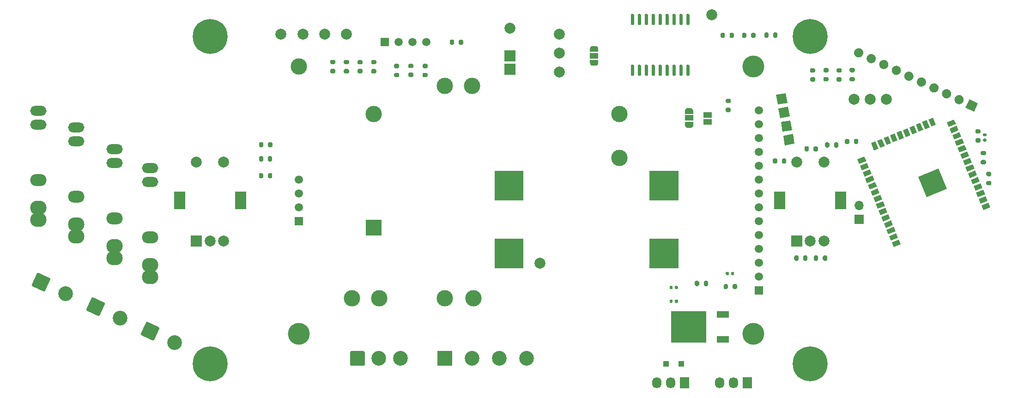
<source format=gbr>
G04 #@! TF.GenerationSoftware,KiCad,Pcbnew,5.1.9-73d0e3b20d~88~ubuntu20.04.1*
G04 #@! TF.CreationDate,2021-07-26T19:08:20+09:00*
G04 #@! TF.ProjectId,ESP32DUALDIAL,45535033-3244-4554-914c-4449414c2e6b,rev?*
G04 #@! TF.SameCoordinates,Original*
G04 #@! TF.FileFunction,Soldermask,Top*
G04 #@! TF.FilePolarity,Negative*
%FSLAX46Y46*%
G04 Gerber Fmt 4.6, Leading zero omitted, Abs format (unit mm)*
G04 Created by KiCad (PCBNEW 5.1.9-73d0e3b20d~88~ubuntu20.04.1) date 2021-07-26 19:08:20*
%MOMM*%
%LPD*%
G01*
G04 APERTURE LIST*
%ADD10R,1.500000X1.500000*%
%ADD11C,1.500000*%
%ADD12C,4.000000*%
%ADD13C,3.000000*%
%ADD14R,2.000000X2.000000*%
%ADD15C,2.000000*%
%ADD16C,0.100000*%
%ADD17O,3.000000X2.600000*%
%ADD18O,3.000000X2.200000*%
%ADD19O,3.000000X1.800000*%
%ADD20R,3.000000X3.000000*%
%ADD21R,2.000000X3.200000*%
%ADD22C,6.400000*%
%ADD23R,1.500000X1.000000*%
%ADD24R,1.100000X1.100000*%
%ADD25R,2.700000X2.700000*%
%ADD26C,2.700000*%
%ADD27R,1.730000X2.030000*%
%ADD28O,1.730000X2.030000*%
%ADD29R,1.700000X1.700000*%
%ADD30O,1.700000X1.700000*%
%ADD31R,2.200000X1.200000*%
%ADD32R,6.400000X5.800000*%
G04 APERTURE END LIST*
D10*
X160600000Y-126501000D03*
D11*
X160600000Y-123961000D03*
X160600000Y-121421000D03*
X160600000Y-118881000D03*
X160600000Y-116341000D03*
X160600000Y-113801000D03*
X160600000Y-111261000D03*
X160600000Y-108721000D03*
X160600000Y-106181000D03*
D12*
X159600000Y-134500000D03*
X159600000Y-85500000D03*
X76300000Y-134500000D03*
D13*
X76300000Y-85500000D03*
D11*
X160600000Y-98561000D03*
X160600000Y-101101000D03*
X160600000Y-103641000D03*
X160600000Y-96021000D03*
X160600000Y-93481000D03*
X76300000Y-111261000D03*
D10*
X76300000Y-113801000D03*
D11*
X76300000Y-108721000D03*
X76300000Y-106181000D03*
D14*
X115000000Y-86000000D03*
D15*
X115000000Y-78400000D03*
D14*
X115000000Y-83500000D03*
D16*
G36*
X193513895Y-104180499D02*
G01*
X195044629Y-107876017D01*
X191349111Y-109406751D01*
X189818377Y-105711233D01*
X193513895Y-104180499D01*
G37*
G36*
X186261219Y-117218432D02*
G01*
X186605634Y-118049923D01*
X185312203Y-118585680D01*
X184967788Y-117754189D01*
X186261219Y-117218432D01*
G37*
G36*
X185775211Y-116045105D02*
G01*
X186119626Y-116876596D01*
X184826195Y-117412353D01*
X184481780Y-116580862D01*
X185775211Y-116045105D01*
G37*
G36*
X185289203Y-114871778D02*
G01*
X185633618Y-115703269D01*
X184340187Y-116239026D01*
X183995772Y-115407535D01*
X185289203Y-114871778D01*
G37*
G36*
X184803195Y-113698451D02*
G01*
X185147610Y-114529942D01*
X183854179Y-115065699D01*
X183509764Y-114234208D01*
X184803195Y-113698451D01*
G37*
G36*
X184317187Y-112525124D02*
G01*
X184661602Y-113356615D01*
X183368171Y-113892372D01*
X183023756Y-113060881D01*
X184317187Y-112525124D01*
G37*
G36*
X183831179Y-111351797D02*
G01*
X184175594Y-112183288D01*
X182882163Y-112719045D01*
X182537748Y-111887554D01*
X183831179Y-111351797D01*
G37*
G36*
X183345171Y-110178470D02*
G01*
X183689586Y-111009961D01*
X182396155Y-111545718D01*
X182051740Y-110714227D01*
X183345171Y-110178470D01*
G37*
G36*
X182859163Y-109005143D02*
G01*
X183203578Y-109836634D01*
X181910147Y-110372391D01*
X181565732Y-109540900D01*
X182859163Y-109005143D01*
G37*
G36*
X182373155Y-107831816D02*
G01*
X182717570Y-108663307D01*
X181424139Y-109199064D01*
X181079724Y-108367573D01*
X182373155Y-107831816D01*
G37*
G36*
X181887147Y-106658489D02*
G01*
X182231562Y-107489980D01*
X180938131Y-108025737D01*
X180593716Y-107194246D01*
X181887147Y-106658489D01*
G37*
G36*
X181401139Y-105485162D02*
G01*
X181745554Y-106316653D01*
X180452123Y-106852410D01*
X180107708Y-106020919D01*
X181401139Y-105485162D01*
G37*
G36*
X180915131Y-104311835D02*
G01*
X181259546Y-105143326D01*
X179966115Y-105679083D01*
X179621700Y-104847592D01*
X180915131Y-104311835D01*
G37*
G36*
X180429123Y-103138508D02*
G01*
X180773538Y-103969999D01*
X179480107Y-104505756D01*
X179135692Y-103674265D01*
X180429123Y-103138508D01*
G37*
G36*
X179943115Y-101965181D02*
G01*
X180287530Y-102796672D01*
X178994099Y-103332429D01*
X178649684Y-102500938D01*
X179943115Y-101965181D01*
G37*
G36*
X181135091Y-99551284D02*
G01*
X181966582Y-99206869D01*
X182502339Y-100500300D01*
X181670848Y-100844715D01*
X181135091Y-99551284D01*
G37*
G36*
X182308418Y-99065276D02*
G01*
X183139909Y-98720861D01*
X183675666Y-100014292D01*
X182844175Y-100358707D01*
X182308418Y-99065276D01*
G37*
G36*
X183481745Y-98579268D02*
G01*
X184313236Y-98234853D01*
X184848993Y-99528284D01*
X184017502Y-99872699D01*
X183481745Y-98579268D01*
G37*
G36*
X184655072Y-98093260D02*
G01*
X185486563Y-97748845D01*
X186022320Y-99042276D01*
X185190829Y-99386691D01*
X184655072Y-98093260D01*
G37*
G36*
X185828399Y-97607252D02*
G01*
X186659890Y-97262837D01*
X187195647Y-98556268D01*
X186364156Y-98900683D01*
X185828399Y-97607252D01*
G37*
G36*
X187001726Y-97121245D02*
G01*
X187833217Y-96776830D01*
X188368974Y-98070261D01*
X187537483Y-98414676D01*
X187001726Y-97121245D01*
G37*
G36*
X188175053Y-96635237D02*
G01*
X189006544Y-96290822D01*
X189542301Y-97584253D01*
X188710810Y-97928668D01*
X188175053Y-96635237D01*
G37*
G36*
X189348380Y-96149229D02*
G01*
X190179871Y-95804814D01*
X190715628Y-97098245D01*
X189884137Y-97442660D01*
X189348380Y-96149229D01*
G37*
G36*
X190521708Y-95663221D02*
G01*
X191353199Y-95318806D01*
X191888956Y-96612237D01*
X191057465Y-96956652D01*
X190521708Y-95663221D01*
G37*
G36*
X191695035Y-95177213D02*
G01*
X192526526Y-94832798D01*
X193062283Y-96126229D01*
X192230792Y-96470644D01*
X191695035Y-95177213D01*
G37*
G36*
X196369694Y-95161069D02*
G01*
X196714109Y-95992560D01*
X195420678Y-96528317D01*
X195076263Y-95696826D01*
X196369694Y-95161069D01*
G37*
G36*
X196855702Y-96334396D02*
G01*
X197200117Y-97165887D01*
X195906686Y-97701644D01*
X195562271Y-96870153D01*
X196855702Y-96334396D01*
G37*
G36*
X197341709Y-97507723D02*
G01*
X197686124Y-98339214D01*
X196392693Y-98874971D01*
X196048278Y-98043480D01*
X197341709Y-97507723D01*
G37*
G36*
X197827717Y-98681050D02*
G01*
X198172132Y-99512541D01*
X196878701Y-100048298D01*
X196534286Y-99216807D01*
X197827717Y-98681050D01*
G37*
G36*
X198313725Y-99854377D02*
G01*
X198658140Y-100685868D01*
X197364709Y-101221625D01*
X197020294Y-100390134D01*
X198313725Y-99854377D01*
G37*
G36*
X198799733Y-101027704D02*
G01*
X199144148Y-101859195D01*
X197850717Y-102394952D01*
X197506302Y-101563461D01*
X198799733Y-101027704D01*
G37*
G36*
X199285741Y-102201031D02*
G01*
X199630156Y-103032522D01*
X198336725Y-103568279D01*
X197992310Y-102736788D01*
X199285741Y-102201031D01*
G37*
G36*
X199771749Y-103374358D02*
G01*
X200116164Y-104205849D01*
X198822733Y-104741606D01*
X198478318Y-103910115D01*
X199771749Y-103374358D01*
G37*
G36*
X200257757Y-104547685D02*
G01*
X200602172Y-105379176D01*
X199308741Y-105914933D01*
X198964326Y-105083442D01*
X200257757Y-104547685D01*
G37*
G36*
X200743765Y-105721012D02*
G01*
X201088180Y-106552503D01*
X199794749Y-107088260D01*
X199450334Y-106256769D01*
X200743765Y-105721012D01*
G37*
G36*
X201229773Y-106894339D02*
G01*
X201574188Y-107725830D01*
X200280757Y-108261587D01*
X199936342Y-107430096D01*
X201229773Y-106894339D01*
G37*
G36*
X201715781Y-108067666D02*
G01*
X202060196Y-108899157D01*
X200766765Y-109434914D01*
X200422350Y-108603423D01*
X201715781Y-108067666D01*
G37*
G36*
X202201789Y-109240993D02*
G01*
X202546204Y-110072484D01*
X201252773Y-110608241D01*
X200908358Y-109776750D01*
X202201789Y-109240993D01*
G37*
G36*
X202687797Y-110414320D02*
G01*
X203032212Y-111245811D01*
X201738781Y-111781568D01*
X201394366Y-110950077D01*
X202687797Y-110414320D01*
G37*
D17*
X49000000Y-121880000D03*
D18*
X49000000Y-116800000D03*
D19*
X49000000Y-106640000D03*
X49000000Y-104100000D03*
D17*
X49000000Y-124100000D03*
X42500000Y-118380000D03*
D18*
X42500000Y-113300000D03*
D19*
X42500000Y-103140000D03*
X42500000Y-100600000D03*
D17*
X42500000Y-120600000D03*
X35500000Y-114380000D03*
D18*
X35500000Y-109300000D03*
D19*
X35500000Y-99140000D03*
X35500000Y-96600000D03*
D17*
X35500000Y-116600000D03*
X28500000Y-113600000D03*
D19*
X28500000Y-93600000D03*
X28500000Y-96140000D03*
D18*
X28500000Y-106300000D03*
D17*
X28500000Y-111380000D03*
G36*
G01*
X201475000Y-102600000D02*
X202025000Y-102600000D01*
G75*
G02*
X202225000Y-102800000I0J-200000D01*
G01*
X202225000Y-103200000D01*
G75*
G02*
X202025000Y-103400000I-200000J0D01*
G01*
X201475000Y-103400000D01*
G75*
G02*
X201275000Y-103200000I0J200000D01*
G01*
X201275000Y-102800000D01*
G75*
G02*
X201475000Y-102600000I200000J0D01*
G01*
G37*
G36*
G01*
X201475000Y-100950000D02*
X202025000Y-100950000D01*
G75*
G02*
X202225000Y-101150000I0J-200000D01*
G01*
X202225000Y-101550000D01*
G75*
G02*
X202025000Y-101750000I-200000J0D01*
G01*
X201475000Y-101750000D01*
G75*
G02*
X201275000Y-101550000I0J200000D01*
G01*
X201275000Y-101150000D01*
G75*
G02*
X201475000Y-100950000I200000J0D01*
G01*
G37*
G36*
G01*
X203025000Y-107225000D02*
X202475000Y-107225000D01*
G75*
G02*
X202275000Y-107025000I0J200000D01*
G01*
X202275000Y-106625000D01*
G75*
G02*
X202475000Y-106425000I200000J0D01*
G01*
X203025000Y-106425000D01*
G75*
G02*
X203225000Y-106625000I0J-200000D01*
G01*
X203225000Y-107025000D01*
G75*
G02*
X203025000Y-107225000I-200000J0D01*
G01*
G37*
G36*
G01*
X203025000Y-105575000D02*
X202475000Y-105575000D01*
G75*
G02*
X202275000Y-105375000I0J200000D01*
G01*
X202275000Y-104975000D01*
G75*
G02*
X202475000Y-104775000I200000J0D01*
G01*
X203025000Y-104775000D01*
G75*
G02*
X203225000Y-104975000I0J-200000D01*
G01*
X203225000Y-105375000D01*
G75*
G02*
X203025000Y-105575000I-200000J0D01*
G01*
G37*
G36*
G01*
X201830000Y-98680000D02*
X202170000Y-98680000D01*
G75*
G02*
X202310000Y-98820000I0J-140000D01*
G01*
X202310000Y-99100000D01*
G75*
G02*
X202170000Y-99240000I-140000J0D01*
G01*
X201830000Y-99240000D01*
G75*
G02*
X201690000Y-99100000I0J140000D01*
G01*
X201690000Y-98820000D01*
G75*
G02*
X201830000Y-98680000I140000J0D01*
G01*
G37*
G36*
G01*
X201830000Y-97720000D02*
X202170000Y-97720000D01*
G75*
G02*
X202310000Y-97860000I0J-140000D01*
G01*
X202310000Y-98140000D01*
G75*
G02*
X202170000Y-98280000I-140000J0D01*
G01*
X201830000Y-98280000D01*
G75*
G02*
X201690000Y-98140000I0J140000D01*
G01*
X201690000Y-97860000D01*
G75*
G02*
X201830000Y-97720000I140000J0D01*
G01*
G37*
G36*
G01*
X154544000Y-123590000D02*
X154544000Y-123250000D01*
G75*
G02*
X154684000Y-123110000I140000J0D01*
G01*
X154964000Y-123110000D01*
G75*
G02*
X155104000Y-123250000I0J-140000D01*
G01*
X155104000Y-123590000D01*
G75*
G02*
X154964000Y-123730000I-140000J0D01*
G01*
X154684000Y-123730000D01*
G75*
G02*
X154544000Y-123590000I0J140000D01*
G01*
G37*
G36*
G01*
X155504000Y-123590000D02*
X155504000Y-123250000D01*
G75*
G02*
X155644000Y-123110000I140000J0D01*
G01*
X155924000Y-123110000D01*
G75*
G02*
X156064000Y-123250000I0J-140000D01*
G01*
X156064000Y-123590000D01*
G75*
G02*
X155924000Y-123730000I-140000J0D01*
G01*
X155644000Y-123730000D01*
G75*
G02*
X155504000Y-123590000I0J140000D01*
G01*
G37*
D13*
X135000000Y-94200000D03*
X90000000Y-94200000D03*
X135000000Y-102200000D03*
D20*
X90000000Y-115000000D03*
G36*
G01*
X106400000Y-80725000D02*
X106400000Y-81275000D01*
G75*
G02*
X106200000Y-81475000I-200000J0D01*
G01*
X105800000Y-81475000D01*
G75*
G02*
X105600000Y-81275000I0J200000D01*
G01*
X105600000Y-80725000D01*
G75*
G02*
X105800000Y-80525000I200000J0D01*
G01*
X106200000Y-80525000D01*
G75*
G02*
X106400000Y-80725000I0J-200000D01*
G01*
G37*
G36*
G01*
X104750000Y-80725000D02*
X104750000Y-81275000D01*
G75*
G02*
X104550000Y-81475000I-200000J0D01*
G01*
X104150000Y-81475000D01*
G75*
G02*
X103950000Y-81275000I0J200000D01*
G01*
X103950000Y-80725000D01*
G75*
G02*
X104150000Y-80525000I200000J0D01*
G01*
X104550000Y-80525000D01*
G75*
G02*
X104750000Y-80725000I0J-200000D01*
G01*
G37*
G36*
G01*
X200475000Y-98600000D02*
X201025000Y-98600000D01*
G75*
G02*
X201225000Y-98800000I0J-200000D01*
G01*
X201225000Y-99200000D01*
G75*
G02*
X201025000Y-99400000I-200000J0D01*
G01*
X200475000Y-99400000D01*
G75*
G02*
X200275000Y-99200000I0J200000D01*
G01*
X200275000Y-98800000D01*
G75*
G02*
X200475000Y-98600000I200000J0D01*
G01*
G37*
G36*
G01*
X200475000Y-96950000D02*
X201025000Y-96950000D01*
G75*
G02*
X201225000Y-97150000I0J-200000D01*
G01*
X201225000Y-97550000D01*
G75*
G02*
X201025000Y-97750000I-200000J0D01*
G01*
X200475000Y-97750000D01*
G75*
G02*
X200275000Y-97550000I0J200000D01*
G01*
X200275000Y-97150000D01*
G75*
G02*
X200475000Y-96950000I200000J0D01*
G01*
G37*
G36*
G01*
X170725000Y-88225000D02*
X170175000Y-88225000D01*
G75*
G02*
X169975000Y-88025000I0J200000D01*
G01*
X169975000Y-87625000D01*
G75*
G02*
X170175000Y-87425000I200000J0D01*
G01*
X170725000Y-87425000D01*
G75*
G02*
X170925000Y-87625000I0J-200000D01*
G01*
X170925000Y-88025000D01*
G75*
G02*
X170725000Y-88225000I-200000J0D01*
G01*
G37*
G36*
G01*
X170725000Y-86575000D02*
X170175000Y-86575000D01*
G75*
G02*
X169975000Y-86375000I0J200000D01*
G01*
X169975000Y-85975000D01*
G75*
G02*
X170175000Y-85775000I200000J0D01*
G01*
X170725000Y-85775000D01*
G75*
G02*
X170925000Y-85975000I0J-200000D01*
G01*
X170925000Y-86375000D01*
G75*
G02*
X170725000Y-86575000I-200000J0D01*
G01*
G37*
G36*
G01*
X89725000Y-84275000D02*
X90275000Y-84275000D01*
G75*
G02*
X90475000Y-84475000I0J-200000D01*
G01*
X90475000Y-84875000D01*
G75*
G02*
X90275000Y-85075000I-200000J0D01*
G01*
X89725000Y-85075000D01*
G75*
G02*
X89525000Y-84875000I0J200000D01*
G01*
X89525000Y-84475000D01*
G75*
G02*
X89725000Y-84275000I200000J0D01*
G01*
G37*
G36*
G01*
X89725000Y-85925000D02*
X90275000Y-85925000D01*
G75*
G02*
X90475000Y-86125000I0J-200000D01*
G01*
X90475000Y-86525000D01*
G75*
G02*
X90275000Y-86725000I-200000J0D01*
G01*
X89725000Y-86725000D01*
G75*
G02*
X89525000Y-86525000I0J200000D01*
G01*
X89525000Y-86125000D01*
G75*
G02*
X89725000Y-85925000I200000J0D01*
G01*
G37*
G36*
G01*
X87225000Y-85925000D02*
X87775000Y-85925000D01*
G75*
G02*
X87975000Y-86125000I0J-200000D01*
G01*
X87975000Y-86525000D01*
G75*
G02*
X87775000Y-86725000I-200000J0D01*
G01*
X87225000Y-86725000D01*
G75*
G02*
X87025000Y-86525000I0J200000D01*
G01*
X87025000Y-86125000D01*
G75*
G02*
X87225000Y-85925000I200000J0D01*
G01*
G37*
G36*
G01*
X87225000Y-84275000D02*
X87775000Y-84275000D01*
G75*
G02*
X87975000Y-84475000I0J-200000D01*
G01*
X87975000Y-84875000D01*
G75*
G02*
X87775000Y-85075000I-200000J0D01*
G01*
X87225000Y-85075000D01*
G75*
G02*
X87025000Y-84875000I0J200000D01*
G01*
X87025000Y-84475000D01*
G75*
G02*
X87225000Y-84275000I200000J0D01*
G01*
G37*
G36*
G01*
X84725000Y-84275000D02*
X85275000Y-84275000D01*
G75*
G02*
X85475000Y-84475000I0J-200000D01*
G01*
X85475000Y-84875000D01*
G75*
G02*
X85275000Y-85075000I-200000J0D01*
G01*
X84725000Y-85075000D01*
G75*
G02*
X84525000Y-84875000I0J200000D01*
G01*
X84525000Y-84475000D01*
G75*
G02*
X84725000Y-84275000I200000J0D01*
G01*
G37*
G36*
G01*
X84725000Y-85925000D02*
X85275000Y-85925000D01*
G75*
G02*
X85475000Y-86125000I0J-200000D01*
G01*
X85475000Y-86525000D01*
G75*
G02*
X85275000Y-86725000I-200000J0D01*
G01*
X84725000Y-86725000D01*
G75*
G02*
X84525000Y-86525000I0J200000D01*
G01*
X84525000Y-86125000D01*
G75*
G02*
X84725000Y-85925000I200000J0D01*
G01*
G37*
G36*
G01*
X82225000Y-85900000D02*
X82775000Y-85900000D01*
G75*
G02*
X82975000Y-86100000I0J-200000D01*
G01*
X82975000Y-86500000D01*
G75*
G02*
X82775000Y-86700000I-200000J0D01*
G01*
X82225000Y-86700000D01*
G75*
G02*
X82025000Y-86500000I0J200000D01*
G01*
X82025000Y-86100000D01*
G75*
G02*
X82225000Y-85900000I200000J0D01*
G01*
G37*
G36*
G01*
X82225000Y-84250000D02*
X82775000Y-84250000D01*
G75*
G02*
X82975000Y-84450000I0J-200000D01*
G01*
X82975000Y-84850000D01*
G75*
G02*
X82775000Y-85050000I-200000J0D01*
G01*
X82225000Y-85050000D01*
G75*
G02*
X82025000Y-84850000I0J200000D01*
G01*
X82025000Y-84450000D01*
G75*
G02*
X82225000Y-84250000I200000J0D01*
G01*
G37*
G36*
G01*
X154134000Y-126095000D02*
X154134000Y-125545000D01*
G75*
G02*
X154334000Y-125345000I200000J0D01*
G01*
X154734000Y-125345000D01*
G75*
G02*
X154934000Y-125545000I0J-200000D01*
G01*
X154934000Y-126095000D01*
G75*
G02*
X154734000Y-126295000I-200000J0D01*
G01*
X154334000Y-126295000D01*
G75*
G02*
X154134000Y-126095000I0J200000D01*
G01*
G37*
G36*
G01*
X155784000Y-126095000D02*
X155784000Y-125545000D01*
G75*
G02*
X155984000Y-125345000I200000J0D01*
G01*
X156384000Y-125345000D01*
G75*
G02*
X156584000Y-125545000I0J-200000D01*
G01*
X156584000Y-126095000D01*
G75*
G02*
X156384000Y-126295000I-200000J0D01*
G01*
X155984000Y-126295000D01*
G75*
G02*
X155784000Y-126095000I0J200000D01*
G01*
G37*
G36*
G01*
X148850000Y-125525000D02*
X148850000Y-124975000D01*
G75*
G02*
X149050000Y-124775000I200000J0D01*
G01*
X149450000Y-124775000D01*
G75*
G02*
X149650000Y-124975000I0J-200000D01*
G01*
X149650000Y-125525000D01*
G75*
G02*
X149450000Y-125725000I-200000J0D01*
G01*
X149050000Y-125725000D01*
G75*
G02*
X148850000Y-125525000I0J200000D01*
G01*
G37*
G36*
G01*
X150500000Y-125525000D02*
X150500000Y-124975000D01*
G75*
G02*
X150700000Y-124775000I200000J0D01*
G01*
X151100000Y-124775000D01*
G75*
G02*
X151300000Y-124975000I0J-200000D01*
G01*
X151300000Y-125525000D01*
G75*
G02*
X151100000Y-125725000I-200000J0D01*
G01*
X150700000Y-125725000D01*
G75*
G02*
X150500000Y-125525000I0J200000D01*
G01*
G37*
D15*
X172500000Y-103000000D03*
X167500000Y-103000000D03*
D21*
X175600000Y-110000000D03*
X164400000Y-110000000D03*
D15*
X172500000Y-117500000D03*
X170000000Y-117500000D03*
D14*
X167500000Y-117500000D03*
X57500000Y-117500000D03*
D15*
X60000000Y-117500000D03*
X62500000Y-117500000D03*
D21*
X54400000Y-110000000D03*
X65600000Y-110000000D03*
D15*
X57500000Y-103000000D03*
X62500000Y-103000000D03*
D10*
X92000000Y-81000000D03*
D11*
X94540000Y-81000000D03*
X97080000Y-81000000D03*
X99620000Y-81000000D03*
G36*
G01*
X178526622Y-83721852D02*
X178526622Y-83721852D01*
G75*
G02*
X178115486Y-82592264I359226J770362D01*
G01*
X178115486Y-82592264D01*
G75*
G02*
X179245074Y-82181128I770362J-359226D01*
G01*
X179245074Y-82181128D01*
G75*
G02*
X179656210Y-83310716I-359226J-770362D01*
G01*
X179656210Y-83310716D01*
G75*
G02*
X178526622Y-83721852I-770362J359226D01*
G01*
G37*
G36*
G01*
X180828644Y-84795302D02*
X180828644Y-84795302D01*
G75*
G02*
X180417508Y-83665714I359226J770362D01*
G01*
X180417508Y-83665714D01*
G75*
G02*
X181547096Y-83254578I770362J-359226D01*
G01*
X181547096Y-83254578D01*
G75*
G02*
X181958232Y-84384166I-359226J-770362D01*
G01*
X181958232Y-84384166D01*
G75*
G02*
X180828644Y-84795302I-770362J359226D01*
G01*
G37*
G36*
G01*
X183130666Y-85868752D02*
X183130666Y-85868752D01*
G75*
G02*
X182719530Y-84739164I359226J770362D01*
G01*
X182719530Y-84739164D01*
G75*
G02*
X183849118Y-84328028I770362J-359226D01*
G01*
X183849118Y-84328028D01*
G75*
G02*
X184260254Y-85457616I-359226J-770362D01*
G01*
X184260254Y-85457616D01*
G75*
G02*
X183130666Y-85868752I-770362J359226D01*
G01*
G37*
G36*
G01*
X185432687Y-86942203D02*
X185432687Y-86942203D01*
G75*
G02*
X185021551Y-85812615I359226J770362D01*
G01*
X185021551Y-85812615D01*
G75*
G02*
X186151139Y-85401479I770362J-359226D01*
G01*
X186151139Y-85401479D01*
G75*
G02*
X186562275Y-86531067I-359226J-770362D01*
G01*
X186562275Y-86531067D01*
G75*
G02*
X185432687Y-86942203I-770362J359226D01*
G01*
G37*
G36*
G01*
X187734709Y-88015653D02*
X187734709Y-88015653D01*
G75*
G02*
X187323573Y-86886065I359226J770362D01*
G01*
X187323573Y-86886065D01*
G75*
G02*
X188453161Y-86474929I770362J-359226D01*
G01*
X188453161Y-86474929D01*
G75*
G02*
X188864297Y-87604517I-359226J-770362D01*
G01*
X188864297Y-87604517D01*
G75*
G02*
X187734709Y-88015653I-770362J359226D01*
G01*
G37*
G36*
G01*
X190036731Y-89089103D02*
X190036731Y-89089103D01*
G75*
G02*
X189625595Y-87959515I359226J770362D01*
G01*
X189625595Y-87959515D01*
G75*
G02*
X190755183Y-87548379I770362J-359226D01*
G01*
X190755183Y-87548379D01*
G75*
G02*
X191166319Y-88677967I-359226J-770362D01*
G01*
X191166319Y-88677967D01*
G75*
G02*
X190036731Y-89089103I-770362J359226D01*
G01*
G37*
G36*
G01*
X192338753Y-90162554D02*
X192338753Y-90162554D01*
G75*
G02*
X191927617Y-89032966I359226J770362D01*
G01*
X191927617Y-89032966D01*
G75*
G02*
X193057205Y-88621830I770362J-359226D01*
G01*
X193057205Y-88621830D01*
G75*
G02*
X193468341Y-89751418I-359226J-770362D01*
G01*
X193468341Y-89751418D01*
G75*
G02*
X192338753Y-90162554I-770362J359226D01*
G01*
G37*
G36*
G01*
X194640774Y-91236004D02*
X194640774Y-91236004D01*
G75*
G02*
X194229638Y-90106416I359226J770362D01*
G01*
X194229638Y-90106416D01*
G75*
G02*
X195359226Y-89695280I770362J-359226D01*
G01*
X195359226Y-89695280D01*
G75*
G02*
X195770362Y-90824868I-359226J-770362D01*
G01*
X195770362Y-90824868D01*
G75*
G02*
X194640774Y-91236004I-770362J359226D01*
G01*
G37*
G36*
G01*
X196942796Y-92309455D02*
X196942796Y-92309455D01*
G75*
G02*
X196531660Y-91179867I359226J770362D01*
G01*
X196531660Y-91179867D01*
G75*
G02*
X197661248Y-90768731I770362J-359226D01*
G01*
X197661248Y-90768731D01*
G75*
G02*
X198072384Y-91898319I-359226J-770362D01*
G01*
X198072384Y-91898319D01*
G75*
G02*
X196942796Y-92309455I-770362J359226D01*
G01*
G37*
D16*
G36*
X200015180Y-93742130D02*
G01*
X198474457Y-93023679D01*
X199192908Y-91482956D01*
X200733631Y-92201407D01*
X200015180Y-93742130D01*
G37*
D22*
X60000000Y-140000000D03*
X170000000Y-80000000D03*
X170000000Y-140000000D03*
X60000000Y-80000000D03*
D23*
X151200000Y-94350000D03*
X151200000Y-95650000D03*
D16*
G36*
X148549398Y-96200000D02*
G01*
X148549398Y-96224534D01*
X148544588Y-96273365D01*
X148535016Y-96321490D01*
X148520772Y-96368445D01*
X148501995Y-96413778D01*
X148478864Y-96457051D01*
X148451604Y-96497850D01*
X148420476Y-96535779D01*
X148385779Y-96570476D01*
X148347850Y-96601604D01*
X148307051Y-96628864D01*
X148263778Y-96651995D01*
X148218445Y-96670772D01*
X148171490Y-96685016D01*
X148123365Y-96694588D01*
X148074534Y-96699398D01*
X148050000Y-96699398D01*
X148050000Y-96700000D01*
X147550000Y-96700000D01*
X147550000Y-96699398D01*
X147525466Y-96699398D01*
X147476635Y-96694588D01*
X147428510Y-96685016D01*
X147381555Y-96670772D01*
X147336222Y-96651995D01*
X147292949Y-96628864D01*
X147252150Y-96601604D01*
X147214221Y-96570476D01*
X147179524Y-96535779D01*
X147148396Y-96497850D01*
X147121136Y-96457051D01*
X147098005Y-96413778D01*
X147079228Y-96368445D01*
X147064984Y-96321490D01*
X147055412Y-96273365D01*
X147050602Y-96224534D01*
X147050602Y-96200000D01*
X147050000Y-96200000D01*
X147050000Y-95650000D01*
X148550000Y-95650000D01*
X148550000Y-96200000D01*
X148549398Y-96200000D01*
G37*
D23*
X147800000Y-94900000D03*
D16*
G36*
X147050000Y-94150000D02*
G01*
X147050000Y-93600000D01*
X147050602Y-93600000D01*
X147050602Y-93575466D01*
X147055412Y-93526635D01*
X147064984Y-93478510D01*
X147079228Y-93431555D01*
X147098005Y-93386222D01*
X147121136Y-93342949D01*
X147148396Y-93302150D01*
X147179524Y-93264221D01*
X147214221Y-93229524D01*
X147252150Y-93198396D01*
X147292949Y-93171136D01*
X147336222Y-93148005D01*
X147381555Y-93129228D01*
X147428510Y-93114984D01*
X147476635Y-93105412D01*
X147525466Y-93100602D01*
X147550000Y-93100602D01*
X147550000Y-93100000D01*
X148050000Y-93100000D01*
X148050000Y-93100602D01*
X148074534Y-93100602D01*
X148123365Y-93105412D01*
X148171490Y-93114984D01*
X148218445Y-93129228D01*
X148263778Y-93148005D01*
X148307051Y-93171136D01*
X148347850Y-93198396D01*
X148385779Y-93229524D01*
X148420476Y-93264221D01*
X148451604Y-93302150D01*
X148478864Y-93342949D01*
X148501995Y-93386222D01*
X148520772Y-93431555D01*
X148535016Y-93478510D01*
X148544588Y-93526635D01*
X148549398Y-93575466D01*
X148549398Y-93600000D01*
X148550000Y-93600000D01*
X148550000Y-94150000D01*
X147050000Y-94150000D01*
G37*
G36*
G01*
X155275000Y-93825000D02*
X154725000Y-93825000D01*
G75*
G02*
X154525000Y-93625000I0J200000D01*
G01*
X154525000Y-93225000D01*
G75*
G02*
X154725000Y-93025000I200000J0D01*
G01*
X155275000Y-93025000D01*
G75*
G02*
X155475000Y-93225000I0J-200000D01*
G01*
X155475000Y-93625000D01*
G75*
G02*
X155275000Y-93825000I-200000J0D01*
G01*
G37*
G36*
G01*
X155275000Y-92175000D02*
X154725000Y-92175000D01*
G75*
G02*
X154525000Y-91975000I0J200000D01*
G01*
X154525000Y-91575000D01*
G75*
G02*
X154725000Y-91375000I200000J0D01*
G01*
X155275000Y-91375000D01*
G75*
G02*
X155475000Y-91575000I0J-200000D01*
G01*
X155475000Y-91975000D01*
G75*
G02*
X155275000Y-92175000I-200000J0D01*
G01*
G37*
G36*
X166836703Y-97853240D02*
G01*
X167149269Y-99625894D01*
X165376615Y-99938460D01*
X165064049Y-98165806D01*
X166836703Y-97853240D01*
G37*
G36*
X166395636Y-95351828D02*
G01*
X166708202Y-97124482D01*
X164935548Y-97437048D01*
X164622982Y-95664394D01*
X166395636Y-95351828D01*
G37*
G36*
X165954570Y-92850416D02*
G01*
X166267136Y-94623070D01*
X164494482Y-94935636D01*
X164181916Y-93162982D01*
X165954570Y-92850416D01*
G37*
G36*
X165513504Y-90349005D02*
G01*
X165826070Y-92121659D01*
X164053416Y-92434225D01*
X163740850Y-90661571D01*
X165513504Y-90349005D01*
G37*
G36*
G01*
X163975000Y-102525000D02*
X163975000Y-103075000D01*
G75*
G02*
X163775000Y-103275000I-200000J0D01*
G01*
X163375000Y-103275000D01*
G75*
G02*
X163175000Y-103075000I0J200000D01*
G01*
X163175000Y-102525000D01*
G75*
G02*
X163375000Y-102325000I200000J0D01*
G01*
X163775000Y-102325000D01*
G75*
G02*
X163975000Y-102525000I0J-200000D01*
G01*
G37*
G36*
G01*
X165625000Y-102525000D02*
X165625000Y-103075000D01*
G75*
G02*
X165425000Y-103275000I-200000J0D01*
G01*
X165025000Y-103275000D01*
G75*
G02*
X164825000Y-103075000I0J200000D01*
G01*
X164825000Y-102525000D01*
G75*
G02*
X165025000Y-102325000I200000J0D01*
G01*
X165425000Y-102325000D01*
G75*
G02*
X165625000Y-102525000I0J-200000D01*
G01*
G37*
G36*
G01*
X71400000Y-105225000D02*
X71400000Y-105775000D01*
G75*
G02*
X71200000Y-105975000I-200000J0D01*
G01*
X70800000Y-105975000D01*
G75*
G02*
X70600000Y-105775000I0J200000D01*
G01*
X70600000Y-105225000D01*
G75*
G02*
X70800000Y-105025000I200000J0D01*
G01*
X71200000Y-105025000D01*
G75*
G02*
X71400000Y-105225000I0J-200000D01*
G01*
G37*
G36*
G01*
X69750000Y-105225000D02*
X69750000Y-105775000D01*
G75*
G02*
X69550000Y-105975000I-200000J0D01*
G01*
X69150000Y-105975000D01*
G75*
G02*
X68950000Y-105775000I0J200000D01*
G01*
X68950000Y-105225000D01*
G75*
G02*
X69150000Y-105025000I200000J0D01*
G01*
X69550000Y-105025000D01*
G75*
G02*
X69750000Y-105225000I0J-200000D01*
G01*
G37*
G36*
G01*
X69750000Y-102125000D02*
X69750000Y-102675000D01*
G75*
G02*
X69550000Y-102875000I-200000J0D01*
G01*
X69150000Y-102875000D01*
G75*
G02*
X68950000Y-102675000I0J200000D01*
G01*
X68950000Y-102125000D01*
G75*
G02*
X69150000Y-101925000I200000J0D01*
G01*
X69550000Y-101925000D01*
G75*
G02*
X69750000Y-102125000I0J-200000D01*
G01*
G37*
G36*
G01*
X71400000Y-102125000D02*
X71400000Y-102675000D01*
G75*
G02*
X71200000Y-102875000I-200000J0D01*
G01*
X70800000Y-102875000D01*
G75*
G02*
X70600000Y-102675000I0J200000D01*
G01*
X70600000Y-102125000D01*
G75*
G02*
X70800000Y-101925000I200000J0D01*
G01*
X71200000Y-101925000D01*
G75*
G02*
X71400000Y-102125000I0J-200000D01*
G01*
G37*
G36*
G01*
X167075000Y-120875000D02*
X167075000Y-120325000D01*
G75*
G02*
X167275000Y-120125000I200000J0D01*
G01*
X167675000Y-120125000D01*
G75*
G02*
X167875000Y-120325000I0J-200000D01*
G01*
X167875000Y-120875000D01*
G75*
G02*
X167675000Y-121075000I-200000J0D01*
G01*
X167275000Y-121075000D01*
G75*
G02*
X167075000Y-120875000I0J200000D01*
G01*
G37*
G36*
G01*
X168725000Y-120875000D02*
X168725000Y-120325000D01*
G75*
G02*
X168925000Y-120125000I200000J0D01*
G01*
X169325000Y-120125000D01*
G75*
G02*
X169525000Y-120325000I0J-200000D01*
G01*
X169525000Y-120875000D01*
G75*
G02*
X169325000Y-121075000I-200000J0D01*
G01*
X168925000Y-121075000D01*
G75*
G02*
X168725000Y-120875000I0J200000D01*
G01*
G37*
G36*
G01*
X173125000Y-120325000D02*
X173125000Y-120875000D01*
G75*
G02*
X172925000Y-121075000I-200000J0D01*
G01*
X172525000Y-121075000D01*
G75*
G02*
X172325000Y-120875000I0J200000D01*
G01*
X172325000Y-120325000D01*
G75*
G02*
X172525000Y-120125000I200000J0D01*
G01*
X172925000Y-120125000D01*
G75*
G02*
X173125000Y-120325000I0J-200000D01*
G01*
G37*
G36*
G01*
X171475000Y-120325000D02*
X171475000Y-120875000D01*
G75*
G02*
X171275000Y-121075000I-200000J0D01*
G01*
X170875000Y-121075000D01*
G75*
G02*
X170675000Y-120875000I0J200000D01*
G01*
X170675000Y-120325000D01*
G75*
G02*
X170875000Y-120125000I200000J0D01*
G01*
X171275000Y-120125000D01*
G75*
G02*
X171475000Y-120325000I0J-200000D01*
G01*
G37*
G36*
G01*
X145200000Y-126170000D02*
X145200000Y-125830000D01*
G75*
G02*
X145340000Y-125690000I140000J0D01*
G01*
X145620000Y-125690000D01*
G75*
G02*
X145760000Y-125830000I0J-140000D01*
G01*
X145760000Y-126170000D01*
G75*
G02*
X145620000Y-126310000I-140000J0D01*
G01*
X145340000Y-126310000D01*
G75*
G02*
X145200000Y-126170000I0J140000D01*
G01*
G37*
G36*
G01*
X144240000Y-126170000D02*
X144240000Y-125830000D01*
G75*
G02*
X144380000Y-125690000I140000J0D01*
G01*
X144660000Y-125690000D01*
G75*
G02*
X144800000Y-125830000I0J-140000D01*
G01*
X144800000Y-126170000D01*
G75*
G02*
X144660000Y-126310000I-140000J0D01*
G01*
X144380000Y-126310000D01*
G75*
G02*
X144240000Y-126170000I0J140000D01*
G01*
G37*
G36*
G01*
X145760000Y-128330000D02*
X145760000Y-128670000D01*
G75*
G02*
X145620000Y-128810000I-140000J0D01*
G01*
X145340000Y-128810000D01*
G75*
G02*
X145200000Y-128670000I0J140000D01*
G01*
X145200000Y-128330000D01*
G75*
G02*
X145340000Y-128190000I140000J0D01*
G01*
X145620000Y-128190000D01*
G75*
G02*
X145760000Y-128330000I0J-140000D01*
G01*
G37*
G36*
G01*
X144800000Y-128330000D02*
X144800000Y-128670000D01*
G75*
G02*
X144660000Y-128810000I-140000J0D01*
G01*
X144380000Y-128810000D01*
G75*
G02*
X144240000Y-128670000I0J140000D01*
G01*
X144240000Y-128330000D01*
G75*
G02*
X144380000Y-128190000I140000J0D01*
G01*
X144660000Y-128190000D01*
G75*
G02*
X144800000Y-128330000I0J-140000D01*
G01*
G37*
D24*
X143600000Y-140000000D03*
X146400000Y-140000000D03*
D13*
X86000000Y-128000000D03*
X108300000Y-128000000D03*
X91000000Y-128000000D03*
X103000000Y-128000000D03*
D25*
X103000000Y-139000000D03*
D26*
X108000000Y-139000000D03*
X113000000Y-139000000D03*
X118000000Y-139000000D03*
G36*
G01*
X85650000Y-140099999D02*
X85650000Y-137900001D01*
G75*
G02*
X85900001Y-137650000I250001J0D01*
G01*
X88099999Y-137650000D01*
G75*
G02*
X88350000Y-137900001I0J-250001D01*
G01*
X88350000Y-140099999D01*
G75*
G02*
X88099999Y-140350000I-250001J0D01*
G01*
X85900001Y-140350000D01*
G75*
G02*
X85650000Y-140099999I0J250001D01*
G01*
G37*
X90960000Y-139000000D03*
X94920000Y-139000000D03*
G36*
G01*
X47311605Y-134426403D02*
X48241364Y-132432528D01*
G75*
G02*
X48573597Y-132311605I226578J-105655D01*
G01*
X50567472Y-133241364D01*
G75*
G02*
X50688395Y-133573597I-105655J-226578D01*
G01*
X49758636Y-135567472D01*
G75*
G02*
X49426403Y-135688395I-226578J105655D01*
G01*
X47432528Y-134758636D01*
G75*
G02*
X47311605Y-134426403I105655J226578D01*
G01*
G37*
X53531539Y-136113091D03*
G36*
G01*
X37311605Y-129926403D02*
X38241364Y-127932528D01*
G75*
G02*
X38573597Y-127811605I226578J-105655D01*
G01*
X40567472Y-128741364D01*
G75*
G02*
X40688395Y-129073597I-105655J-226578D01*
G01*
X39758636Y-131067472D01*
G75*
G02*
X39426403Y-131188395I-226578J105655D01*
G01*
X37432528Y-130258636D01*
G75*
G02*
X37311605Y-129926403I105655J226578D01*
G01*
G37*
X43531539Y-131613091D03*
G36*
G01*
X27311605Y-125426403D02*
X28241364Y-123432528D01*
G75*
G02*
X28573597Y-123311605I226578J-105655D01*
G01*
X30567472Y-124241364D01*
G75*
G02*
X30688395Y-124573597I-105655J-226578D01*
G01*
X29758636Y-126567472D01*
G75*
G02*
X29426403Y-126688395I-226578J105655D01*
G01*
X27432528Y-125758636D01*
G75*
G02*
X27311605Y-125426403I105655J226578D01*
G01*
G37*
X33531539Y-127113091D03*
G36*
G01*
X68975000Y-100075000D02*
X68975000Y-99525000D01*
G75*
G02*
X69175000Y-99325000I200000J0D01*
G01*
X69575000Y-99325000D01*
G75*
G02*
X69775000Y-99525000I0J-200000D01*
G01*
X69775000Y-100075000D01*
G75*
G02*
X69575000Y-100275000I-200000J0D01*
G01*
X69175000Y-100275000D01*
G75*
G02*
X68975000Y-100075000I0J200000D01*
G01*
G37*
G36*
G01*
X70625000Y-100075000D02*
X70625000Y-99525000D01*
G75*
G02*
X70825000Y-99325000I200000J0D01*
G01*
X71225000Y-99325000D01*
G75*
G02*
X71425000Y-99525000I0J-200000D01*
G01*
X71425000Y-100075000D01*
G75*
G02*
X71225000Y-100275000I-200000J0D01*
G01*
X70825000Y-100275000D01*
G75*
G02*
X70625000Y-100075000I0J200000D01*
G01*
G37*
D20*
X116000000Y-108540000D03*
X116000000Y-106000000D03*
X113600000Y-108540000D03*
X113600000Y-106000000D03*
X144400000Y-108540000D03*
X142000000Y-108540000D03*
X144400000Y-106000000D03*
X142000000Y-106000000D03*
X144400000Y-118460000D03*
X113600000Y-121000000D03*
X144400000Y-121000000D03*
X142000000Y-121000000D03*
X142000000Y-118460000D03*
X113600000Y-118460000D03*
X116000000Y-121000000D03*
X116000000Y-118460000D03*
D15*
X120500000Y-121500000D03*
D27*
X158500000Y-143500000D03*
D28*
X155960000Y-143500000D03*
X153420000Y-143500000D03*
X141920000Y-143500000D03*
X144460000Y-143500000D03*
D27*
X147000000Y-143500000D03*
G36*
G01*
X168950000Y-100825000D02*
X168950000Y-100275000D01*
G75*
G02*
X169150000Y-100075000I200000J0D01*
G01*
X169550000Y-100075000D01*
G75*
G02*
X169750000Y-100275000I0J-200000D01*
G01*
X169750000Y-100825000D01*
G75*
G02*
X169550000Y-101025000I-200000J0D01*
G01*
X169150000Y-101025000D01*
G75*
G02*
X168950000Y-100825000I0J200000D01*
G01*
G37*
G36*
G01*
X170600000Y-100825000D02*
X170600000Y-100275000D01*
G75*
G02*
X170800000Y-100075000I200000J0D01*
G01*
X171200000Y-100075000D01*
G75*
G02*
X171400000Y-100275000I0J-200000D01*
G01*
X171400000Y-100825000D01*
G75*
G02*
X171200000Y-101025000I-200000J0D01*
G01*
X170800000Y-101025000D01*
G75*
G02*
X170600000Y-100825000I0J200000D01*
G01*
G37*
G36*
G01*
X172725000Y-100125000D02*
X172725000Y-99575000D01*
G75*
G02*
X172925000Y-99375000I200000J0D01*
G01*
X173325000Y-99375000D01*
G75*
G02*
X173525000Y-99575000I0J-200000D01*
G01*
X173525000Y-100125000D01*
G75*
G02*
X173325000Y-100325000I-200000J0D01*
G01*
X172925000Y-100325000D01*
G75*
G02*
X172725000Y-100125000I0J200000D01*
G01*
G37*
G36*
G01*
X174375000Y-100125000D02*
X174375000Y-99575000D01*
G75*
G02*
X174575000Y-99375000I200000J0D01*
G01*
X174975000Y-99375000D01*
G75*
G02*
X175175000Y-99575000I0J-200000D01*
G01*
X175175000Y-100125000D01*
G75*
G02*
X174975000Y-100325000I-200000J0D01*
G01*
X174575000Y-100325000D01*
G75*
G02*
X174375000Y-100125000I0J200000D01*
G01*
G37*
G36*
G01*
X94475000Y-85775000D02*
X93925000Y-85775000D01*
G75*
G02*
X93725000Y-85575000I0J200000D01*
G01*
X93725000Y-85175000D01*
G75*
G02*
X93925000Y-84975000I200000J0D01*
G01*
X94475000Y-84975000D01*
G75*
G02*
X94675000Y-85175000I0J-200000D01*
G01*
X94675000Y-85575000D01*
G75*
G02*
X94475000Y-85775000I-200000J0D01*
G01*
G37*
G36*
G01*
X94475000Y-87425000D02*
X93925000Y-87425000D01*
G75*
G02*
X93725000Y-87225000I0J200000D01*
G01*
X93725000Y-86825000D01*
G75*
G02*
X93925000Y-86625000I200000J0D01*
G01*
X94475000Y-86625000D01*
G75*
G02*
X94675000Y-86825000I0J-200000D01*
G01*
X94675000Y-87225000D01*
G75*
G02*
X94475000Y-87425000I-200000J0D01*
G01*
G37*
G36*
G01*
X97075000Y-87400000D02*
X96525000Y-87400000D01*
G75*
G02*
X96325000Y-87200000I0J200000D01*
G01*
X96325000Y-86800000D01*
G75*
G02*
X96525000Y-86600000I200000J0D01*
G01*
X97075000Y-86600000D01*
G75*
G02*
X97275000Y-86800000I0J-200000D01*
G01*
X97275000Y-87200000D01*
G75*
G02*
X97075000Y-87400000I-200000J0D01*
G01*
G37*
G36*
G01*
X97075000Y-85750000D02*
X96525000Y-85750000D01*
G75*
G02*
X96325000Y-85550000I0J200000D01*
G01*
X96325000Y-85150000D01*
G75*
G02*
X96525000Y-84950000I200000J0D01*
G01*
X97075000Y-84950000D01*
G75*
G02*
X97275000Y-85150000I0J-200000D01*
G01*
X97275000Y-85550000D01*
G75*
G02*
X97075000Y-85750000I-200000J0D01*
G01*
G37*
G36*
G01*
X99675000Y-85775000D02*
X99125000Y-85775000D01*
G75*
G02*
X98925000Y-85575000I0J200000D01*
G01*
X98925000Y-85175000D01*
G75*
G02*
X99125000Y-84975000I200000J0D01*
G01*
X99675000Y-84975000D01*
G75*
G02*
X99875000Y-85175000I0J-200000D01*
G01*
X99875000Y-85575000D01*
G75*
G02*
X99675000Y-85775000I-200000J0D01*
G01*
G37*
G36*
G01*
X99675000Y-87425000D02*
X99125000Y-87425000D01*
G75*
G02*
X98925000Y-87225000I0J200000D01*
G01*
X98925000Y-86825000D01*
G75*
G02*
X99125000Y-86625000I200000J0D01*
G01*
X99675000Y-86625000D01*
G75*
G02*
X99875000Y-86825000I0J-200000D01*
G01*
X99875000Y-87225000D01*
G75*
G02*
X99675000Y-87425000I-200000J0D01*
G01*
G37*
G36*
G01*
X172625000Y-87375000D02*
X173175000Y-87375000D01*
G75*
G02*
X173375000Y-87575000I0J-200000D01*
G01*
X173375000Y-87975000D01*
G75*
G02*
X173175000Y-88175000I-200000J0D01*
G01*
X172625000Y-88175000D01*
G75*
G02*
X172425000Y-87975000I0J200000D01*
G01*
X172425000Y-87575000D01*
G75*
G02*
X172625000Y-87375000I200000J0D01*
G01*
G37*
G36*
G01*
X172625000Y-85725000D02*
X173175000Y-85725000D01*
G75*
G02*
X173375000Y-85925000I0J-200000D01*
G01*
X173375000Y-86325000D01*
G75*
G02*
X173175000Y-86525000I-200000J0D01*
G01*
X172625000Y-86525000D01*
G75*
G02*
X172425000Y-86325000I0J200000D01*
G01*
X172425000Y-85925000D01*
G75*
G02*
X172625000Y-85725000I200000J0D01*
G01*
G37*
G36*
G01*
X177425000Y-85725000D02*
X177975000Y-85725000D01*
G75*
G02*
X178175000Y-85925000I0J-200000D01*
G01*
X178175000Y-86325000D01*
G75*
G02*
X177975000Y-86525000I-200000J0D01*
G01*
X177425000Y-86525000D01*
G75*
G02*
X177225000Y-86325000I0J200000D01*
G01*
X177225000Y-85925000D01*
G75*
G02*
X177425000Y-85725000I200000J0D01*
G01*
G37*
G36*
G01*
X177425000Y-87375000D02*
X177975000Y-87375000D01*
G75*
G02*
X178175000Y-87575000I0J-200000D01*
G01*
X178175000Y-87975000D01*
G75*
G02*
X177975000Y-88175000I-200000J0D01*
G01*
X177425000Y-88175000D01*
G75*
G02*
X177225000Y-87975000I0J200000D01*
G01*
X177225000Y-87575000D01*
G75*
G02*
X177425000Y-87375000I200000J0D01*
G01*
G37*
G36*
G01*
X157525000Y-80025000D02*
X157525000Y-79475000D01*
G75*
G02*
X157725000Y-79275000I200000J0D01*
G01*
X158125000Y-79275000D01*
G75*
G02*
X158325000Y-79475000I0J-200000D01*
G01*
X158325000Y-80025000D01*
G75*
G02*
X158125000Y-80225000I-200000J0D01*
G01*
X157725000Y-80225000D01*
G75*
G02*
X157525000Y-80025000I0J200000D01*
G01*
G37*
G36*
G01*
X159175000Y-80025000D02*
X159175000Y-79475000D01*
G75*
G02*
X159375000Y-79275000I200000J0D01*
G01*
X159775000Y-79275000D01*
G75*
G02*
X159975000Y-79475000I0J-200000D01*
G01*
X159975000Y-80025000D01*
G75*
G02*
X159775000Y-80225000I-200000J0D01*
G01*
X159375000Y-80225000D01*
G75*
G02*
X159175000Y-80025000I0J200000D01*
G01*
G37*
G36*
G01*
X175025000Y-87425000D02*
X175575000Y-87425000D01*
G75*
G02*
X175775000Y-87625000I0J-200000D01*
G01*
X175775000Y-88025000D01*
G75*
G02*
X175575000Y-88225000I-200000J0D01*
G01*
X175025000Y-88225000D01*
G75*
G02*
X174825000Y-88025000I0J200000D01*
G01*
X174825000Y-87625000D01*
G75*
G02*
X175025000Y-87425000I200000J0D01*
G01*
G37*
G36*
G01*
X175025000Y-85775000D02*
X175575000Y-85775000D01*
G75*
G02*
X175775000Y-85975000I0J-200000D01*
G01*
X175775000Y-86375000D01*
G75*
G02*
X175575000Y-86575000I-200000J0D01*
G01*
X175025000Y-86575000D01*
G75*
G02*
X174825000Y-86375000I0J200000D01*
G01*
X174825000Y-85975000D01*
G75*
G02*
X175025000Y-85775000I200000J0D01*
G01*
G37*
G36*
G01*
X163225000Y-79975000D02*
X163225000Y-79425000D01*
G75*
G02*
X163425000Y-79225000I200000J0D01*
G01*
X163825000Y-79225000D01*
G75*
G02*
X164025000Y-79425000I0J-200000D01*
G01*
X164025000Y-79975000D01*
G75*
G02*
X163825000Y-80175000I-200000J0D01*
G01*
X163425000Y-80175000D01*
G75*
G02*
X163225000Y-79975000I0J200000D01*
G01*
G37*
G36*
G01*
X161575000Y-79975000D02*
X161575000Y-79425000D01*
G75*
G02*
X161775000Y-79225000I200000J0D01*
G01*
X162175000Y-79225000D01*
G75*
G02*
X162375000Y-79425000I0J-200000D01*
G01*
X162375000Y-79975000D01*
G75*
G02*
X162175000Y-80175000I-200000J0D01*
G01*
X161775000Y-80175000D01*
G75*
G02*
X161575000Y-79975000I0J200000D01*
G01*
G37*
G36*
G01*
X153575000Y-80025000D02*
X153575000Y-79475000D01*
G75*
G02*
X153775000Y-79275000I200000J0D01*
G01*
X154175000Y-79275000D01*
G75*
G02*
X154375000Y-79475000I0J-200000D01*
G01*
X154375000Y-80025000D01*
G75*
G02*
X154175000Y-80225000I-200000J0D01*
G01*
X153775000Y-80225000D01*
G75*
G02*
X153575000Y-80025000I0J200000D01*
G01*
G37*
G36*
G01*
X155225000Y-80025000D02*
X155225000Y-79475000D01*
G75*
G02*
X155425000Y-79275000I200000J0D01*
G01*
X155825000Y-79275000D01*
G75*
G02*
X156025000Y-79475000I0J-200000D01*
G01*
X156025000Y-80025000D01*
G75*
G02*
X155825000Y-80225000I-200000J0D01*
G01*
X155425000Y-80225000D01*
G75*
G02*
X155225000Y-80025000I0J200000D01*
G01*
G37*
G36*
G01*
X176375000Y-99475000D02*
X176375000Y-98925000D01*
G75*
G02*
X176575000Y-98725000I200000J0D01*
G01*
X176975000Y-98725000D01*
G75*
G02*
X177175000Y-98925000I0J-200000D01*
G01*
X177175000Y-99475000D01*
G75*
G02*
X176975000Y-99675000I-200000J0D01*
G01*
X176575000Y-99675000D01*
G75*
G02*
X176375000Y-99475000I0J200000D01*
G01*
G37*
G36*
G01*
X178025000Y-99475000D02*
X178025000Y-98925000D01*
G75*
G02*
X178225000Y-98725000I200000J0D01*
G01*
X178625000Y-98725000D01*
G75*
G02*
X178825000Y-98925000I0J-200000D01*
G01*
X178825000Y-99475000D01*
G75*
G02*
X178625000Y-99675000I-200000J0D01*
G01*
X178225000Y-99675000D01*
G75*
G02*
X178025000Y-99475000I0J200000D01*
G01*
G37*
D29*
X179000000Y-113500000D03*
D30*
X179000000Y-110960000D03*
D15*
X178000000Y-91500000D03*
X181000000Y-91500000D03*
X184000000Y-91500000D03*
X124000000Y-79500000D03*
X124000000Y-83000000D03*
X124000000Y-86500000D03*
D13*
X103000000Y-89000000D03*
D15*
X152000000Y-76000000D03*
X73000000Y-79500000D03*
X77000000Y-79500000D03*
X81000000Y-79500000D03*
X85000000Y-79500000D03*
D13*
X108000000Y-89000000D03*
D16*
G36*
X131149398Y-84800000D02*
G01*
X131149398Y-84824534D01*
X131144588Y-84873365D01*
X131135016Y-84921490D01*
X131120772Y-84968445D01*
X131101995Y-85013778D01*
X131078864Y-85057051D01*
X131051604Y-85097850D01*
X131020476Y-85135779D01*
X130985779Y-85170476D01*
X130947850Y-85201604D01*
X130907051Y-85228864D01*
X130863778Y-85251995D01*
X130818445Y-85270772D01*
X130771490Y-85285016D01*
X130723365Y-85294588D01*
X130674534Y-85299398D01*
X130650000Y-85299398D01*
X130650000Y-85300000D01*
X130150000Y-85300000D01*
X130150000Y-85299398D01*
X130125466Y-85299398D01*
X130076635Y-85294588D01*
X130028510Y-85285016D01*
X129981555Y-85270772D01*
X129936222Y-85251995D01*
X129892949Y-85228864D01*
X129852150Y-85201604D01*
X129814221Y-85170476D01*
X129779524Y-85135779D01*
X129748396Y-85097850D01*
X129721136Y-85057051D01*
X129698005Y-85013778D01*
X129679228Y-84968445D01*
X129664984Y-84921490D01*
X129655412Y-84873365D01*
X129650602Y-84824534D01*
X129650602Y-84800000D01*
X129650000Y-84800000D01*
X129650000Y-84250000D01*
X131150000Y-84250000D01*
X131150000Y-84800000D01*
X131149398Y-84800000D01*
G37*
D23*
X130400000Y-83500000D03*
D16*
G36*
X129650000Y-82750000D02*
G01*
X129650000Y-82200000D01*
X129650602Y-82200000D01*
X129650602Y-82175466D01*
X129655412Y-82126635D01*
X129664984Y-82078510D01*
X129679228Y-82031555D01*
X129698005Y-81986222D01*
X129721136Y-81942949D01*
X129748396Y-81902150D01*
X129779524Y-81864221D01*
X129814221Y-81829524D01*
X129852150Y-81798396D01*
X129892949Y-81771136D01*
X129936222Y-81748005D01*
X129981555Y-81729228D01*
X130028510Y-81714984D01*
X130076635Y-81705412D01*
X130125466Y-81700602D01*
X130150000Y-81700602D01*
X130150000Y-81700000D01*
X130650000Y-81700000D01*
X130650000Y-81700602D01*
X130674534Y-81700602D01*
X130723365Y-81705412D01*
X130771490Y-81714984D01*
X130818445Y-81729228D01*
X130863778Y-81748005D01*
X130907051Y-81771136D01*
X130947850Y-81798396D01*
X130985779Y-81829524D01*
X131020476Y-81864221D01*
X131051604Y-81902150D01*
X131078864Y-81942949D01*
X131101995Y-81986222D01*
X131120772Y-82031555D01*
X131135016Y-82078510D01*
X131144588Y-82126635D01*
X131149398Y-82175466D01*
X131149398Y-82200000D01*
X131150000Y-82200000D01*
X131150000Y-82750000D01*
X129650000Y-82750000D01*
G37*
G36*
G01*
X147430000Y-75825000D02*
X147730000Y-75825000D01*
G75*
G02*
X147880000Y-75975000I0J-150000D01*
G01*
X147880000Y-77725000D01*
G75*
G02*
X147730000Y-77875000I-150000J0D01*
G01*
X147430000Y-77875000D01*
G75*
G02*
X147280000Y-77725000I0J150000D01*
G01*
X147280000Y-75975000D01*
G75*
G02*
X147430000Y-75825000I150000J0D01*
G01*
G37*
G36*
G01*
X146160000Y-75825000D02*
X146460000Y-75825000D01*
G75*
G02*
X146610000Y-75975000I0J-150000D01*
G01*
X146610000Y-77725000D01*
G75*
G02*
X146460000Y-77875000I-150000J0D01*
G01*
X146160000Y-77875000D01*
G75*
G02*
X146010000Y-77725000I0J150000D01*
G01*
X146010000Y-75975000D01*
G75*
G02*
X146160000Y-75825000I150000J0D01*
G01*
G37*
G36*
G01*
X144890000Y-75825000D02*
X145190000Y-75825000D01*
G75*
G02*
X145340000Y-75975000I0J-150000D01*
G01*
X145340000Y-77725000D01*
G75*
G02*
X145190000Y-77875000I-150000J0D01*
G01*
X144890000Y-77875000D01*
G75*
G02*
X144740000Y-77725000I0J150000D01*
G01*
X144740000Y-75975000D01*
G75*
G02*
X144890000Y-75825000I150000J0D01*
G01*
G37*
G36*
G01*
X143620000Y-75825000D02*
X143920000Y-75825000D01*
G75*
G02*
X144070000Y-75975000I0J-150000D01*
G01*
X144070000Y-77725000D01*
G75*
G02*
X143920000Y-77875000I-150000J0D01*
G01*
X143620000Y-77875000D01*
G75*
G02*
X143470000Y-77725000I0J150000D01*
G01*
X143470000Y-75975000D01*
G75*
G02*
X143620000Y-75825000I150000J0D01*
G01*
G37*
G36*
G01*
X142350000Y-75825000D02*
X142650000Y-75825000D01*
G75*
G02*
X142800000Y-75975000I0J-150000D01*
G01*
X142800000Y-77725000D01*
G75*
G02*
X142650000Y-77875000I-150000J0D01*
G01*
X142350000Y-77875000D01*
G75*
G02*
X142200000Y-77725000I0J150000D01*
G01*
X142200000Y-75975000D01*
G75*
G02*
X142350000Y-75825000I150000J0D01*
G01*
G37*
G36*
G01*
X141080000Y-75825000D02*
X141380000Y-75825000D01*
G75*
G02*
X141530000Y-75975000I0J-150000D01*
G01*
X141530000Y-77725000D01*
G75*
G02*
X141380000Y-77875000I-150000J0D01*
G01*
X141080000Y-77875000D01*
G75*
G02*
X140930000Y-77725000I0J150000D01*
G01*
X140930000Y-75975000D01*
G75*
G02*
X141080000Y-75825000I150000J0D01*
G01*
G37*
G36*
G01*
X139810000Y-75825000D02*
X140110000Y-75825000D01*
G75*
G02*
X140260000Y-75975000I0J-150000D01*
G01*
X140260000Y-77725000D01*
G75*
G02*
X140110000Y-77875000I-150000J0D01*
G01*
X139810000Y-77875000D01*
G75*
G02*
X139660000Y-77725000I0J150000D01*
G01*
X139660000Y-75975000D01*
G75*
G02*
X139810000Y-75825000I150000J0D01*
G01*
G37*
G36*
G01*
X138540000Y-75825000D02*
X138840000Y-75825000D01*
G75*
G02*
X138990000Y-75975000I0J-150000D01*
G01*
X138990000Y-77725000D01*
G75*
G02*
X138840000Y-77875000I-150000J0D01*
G01*
X138540000Y-77875000D01*
G75*
G02*
X138390000Y-77725000I0J150000D01*
G01*
X138390000Y-75975000D01*
G75*
G02*
X138540000Y-75825000I150000J0D01*
G01*
G37*
G36*
G01*
X137270000Y-75825000D02*
X137570000Y-75825000D01*
G75*
G02*
X137720000Y-75975000I0J-150000D01*
G01*
X137720000Y-77725000D01*
G75*
G02*
X137570000Y-77875000I-150000J0D01*
G01*
X137270000Y-77875000D01*
G75*
G02*
X137120000Y-77725000I0J150000D01*
G01*
X137120000Y-75975000D01*
G75*
G02*
X137270000Y-75825000I150000J0D01*
G01*
G37*
G36*
G01*
X137270000Y-85125000D02*
X137570000Y-85125000D01*
G75*
G02*
X137720000Y-85275000I0J-150000D01*
G01*
X137720000Y-87025000D01*
G75*
G02*
X137570000Y-87175000I-150000J0D01*
G01*
X137270000Y-87175000D01*
G75*
G02*
X137120000Y-87025000I0J150000D01*
G01*
X137120000Y-85275000D01*
G75*
G02*
X137270000Y-85125000I150000J0D01*
G01*
G37*
G36*
G01*
X138540000Y-85125000D02*
X138840000Y-85125000D01*
G75*
G02*
X138990000Y-85275000I0J-150000D01*
G01*
X138990000Y-87025000D01*
G75*
G02*
X138840000Y-87175000I-150000J0D01*
G01*
X138540000Y-87175000D01*
G75*
G02*
X138390000Y-87025000I0J150000D01*
G01*
X138390000Y-85275000D01*
G75*
G02*
X138540000Y-85125000I150000J0D01*
G01*
G37*
G36*
G01*
X139810000Y-85125000D02*
X140110000Y-85125000D01*
G75*
G02*
X140260000Y-85275000I0J-150000D01*
G01*
X140260000Y-87025000D01*
G75*
G02*
X140110000Y-87175000I-150000J0D01*
G01*
X139810000Y-87175000D01*
G75*
G02*
X139660000Y-87025000I0J150000D01*
G01*
X139660000Y-85275000D01*
G75*
G02*
X139810000Y-85125000I150000J0D01*
G01*
G37*
G36*
G01*
X141080000Y-85125000D02*
X141380000Y-85125000D01*
G75*
G02*
X141530000Y-85275000I0J-150000D01*
G01*
X141530000Y-87025000D01*
G75*
G02*
X141380000Y-87175000I-150000J0D01*
G01*
X141080000Y-87175000D01*
G75*
G02*
X140930000Y-87025000I0J150000D01*
G01*
X140930000Y-85275000D01*
G75*
G02*
X141080000Y-85125000I150000J0D01*
G01*
G37*
G36*
G01*
X142350000Y-85125000D02*
X142650000Y-85125000D01*
G75*
G02*
X142800000Y-85275000I0J-150000D01*
G01*
X142800000Y-87025000D01*
G75*
G02*
X142650000Y-87175000I-150000J0D01*
G01*
X142350000Y-87175000D01*
G75*
G02*
X142200000Y-87025000I0J150000D01*
G01*
X142200000Y-85275000D01*
G75*
G02*
X142350000Y-85125000I150000J0D01*
G01*
G37*
G36*
G01*
X143620000Y-85125000D02*
X143920000Y-85125000D01*
G75*
G02*
X144070000Y-85275000I0J-150000D01*
G01*
X144070000Y-87025000D01*
G75*
G02*
X143920000Y-87175000I-150000J0D01*
G01*
X143620000Y-87175000D01*
G75*
G02*
X143470000Y-87025000I0J150000D01*
G01*
X143470000Y-85275000D01*
G75*
G02*
X143620000Y-85125000I150000J0D01*
G01*
G37*
G36*
G01*
X144890000Y-85125000D02*
X145190000Y-85125000D01*
G75*
G02*
X145340000Y-85275000I0J-150000D01*
G01*
X145340000Y-87025000D01*
G75*
G02*
X145190000Y-87175000I-150000J0D01*
G01*
X144890000Y-87175000D01*
G75*
G02*
X144740000Y-87025000I0J150000D01*
G01*
X144740000Y-85275000D01*
G75*
G02*
X144890000Y-85125000I150000J0D01*
G01*
G37*
G36*
G01*
X146160000Y-85125000D02*
X146460000Y-85125000D01*
G75*
G02*
X146610000Y-85275000I0J-150000D01*
G01*
X146610000Y-87025000D01*
G75*
G02*
X146460000Y-87175000I-150000J0D01*
G01*
X146160000Y-87175000D01*
G75*
G02*
X146010000Y-87025000I0J150000D01*
G01*
X146010000Y-85275000D01*
G75*
G02*
X146160000Y-85125000I150000J0D01*
G01*
G37*
G36*
G01*
X147430000Y-85125000D02*
X147730000Y-85125000D01*
G75*
G02*
X147880000Y-85275000I0J-150000D01*
G01*
X147880000Y-87025000D01*
G75*
G02*
X147730000Y-87175000I-150000J0D01*
G01*
X147430000Y-87175000D01*
G75*
G02*
X147280000Y-87025000I0J150000D01*
G01*
X147280000Y-85275000D01*
G75*
G02*
X147430000Y-85125000I150000J0D01*
G01*
G37*
D31*
X154000000Y-135480000D03*
X154000000Y-130920000D03*
D32*
X147700000Y-133200000D03*
M02*

</source>
